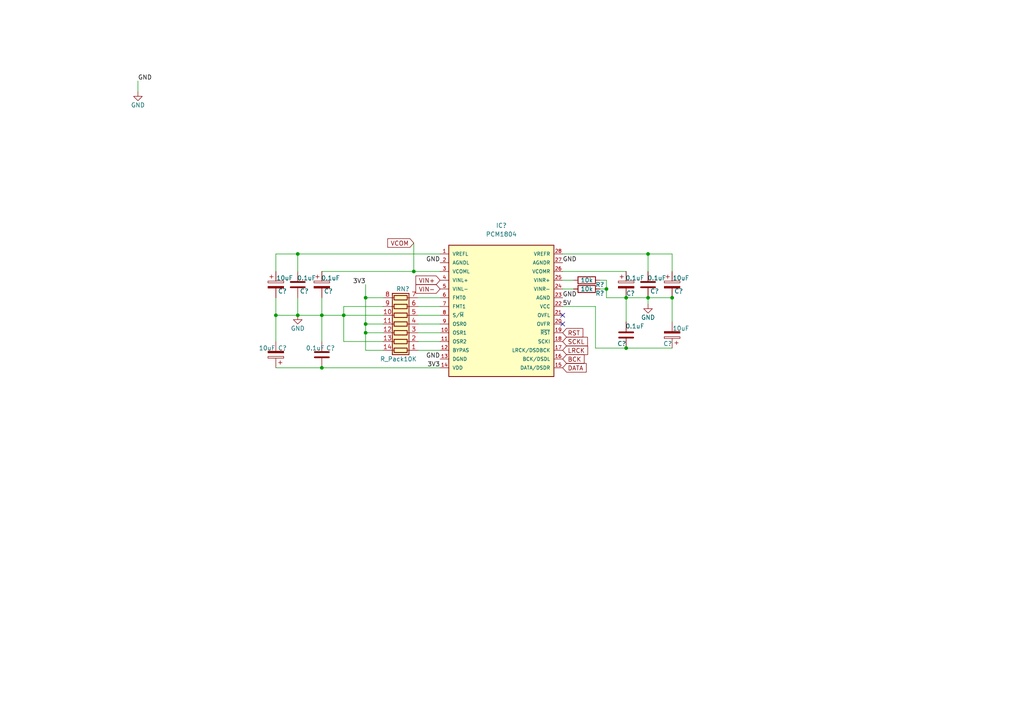
<source format=kicad_sch>
(kicad_sch (version 20211123) (generator eeschema)
  (paper "A4")
  (lib_symbols
    (symbol "Device:C" (pin_numbers hide) (pin_names (offset 0.254))
      (property "Reference" "C" (at 0.635 2.54 0))
      (property "Value" "C" (at 0.635 -2.54 0))
      (symbol "C_0_1"
        (polyline (pts (xy -2.032 -0.762) (xy 2.032 -0.762)) (stroke (width 0.508)))
        (polyline (pts (xy -2.032 0.762) (xy 2.032 0.762)) (stroke (width 0.508)))
      )
      (symbol "C_1_1"
        (pin passive line (at 0 3.81 270) (length 2.794) (name "~") (number "1"))
        (pin passive line (at 0 -3.81 90) (length 2.794) (name "~") (number "2"))
      )
    )
    (symbol "Device:C_Polarized" (pin_numbers hide) (pin_names (offset 0.254))
      (property "Reference" "C" (at 0.635 2.54 0))
      (property "Value" "C_Polarized" (at 0.635 -2.54 0))
      (symbol "C_Polarized_0_1"
        (rectangle (start -2.286 0.508) (end 2.286 1.016))
        (polyline (pts (xy -1.778 2.286) (xy -0.762 2.286)))
        (polyline (pts (xy -1.27 2.794) (xy -1.27 1.778)))
        (rectangle (start 2.286 -0.508) (end -2.286 -1.016) (fill (type outline)))
      )
      (symbol "C_Polarized_1_1"
        (pin passive line (at 0 3.81 270) (length 2.794) (name "~") (number "1"))
        (pin passive line (at 0 -3.81 90) (length 2.794) (name "~") (number "2"))
      )
    )
    (symbol "Device:R" (pin_numbers hide) (pin_names (offset 0))
      (property "Reference" "R" (at 2.032 0 90))
      (property "Value" "R" (at 0 0 90))
      (symbol "R_0_1"
        (rectangle (start -1.016 -2.54) (end 1.016 2.54) (stroke (width 0.254)))
      )
      (symbol "R_1_1"
        (pin passive line (at 0 3.81 270) (length 1.27) (name "~") (number "1"))
        (pin passive line (at 0 -3.81 90) (length 1.27) (name "~") (number "2"))
      )
    )
    (symbol "Device:R_Pack07" (pin_names (offset 0) hide)
      (property "Reference" "RN" (at -10.16 0 90))
      (property "Value" "R_Pack07" (at 10.16 0 90))
      (symbol "R_Pack07_0_1"
        (rectangle (start -8.89 -2.413) (end 8.89 2.413) (stroke (width 0.254)) (fill (type background)))
        (rectangle (start -8.255 1.905) (end -6.985 -1.905) (stroke (width 0.254)))
        (rectangle (start -5.715 1.905) (end -4.445 -1.905) (stroke (width 0.254)))
        (rectangle (start -3.175 1.905) (end -1.905 -1.905) (stroke (width 0.254)))
        (rectangle (start -0.635 1.905) (end 0.635 -1.905) (stroke (width 0.254)))
        (polyline (pts (xy -7.62 -2.54) (xy -7.62 -1.905)))
        (polyline (pts (xy -7.62 1.905) (xy -7.62 2.54)))
        (polyline (pts (xy -5.08 -2.54) (xy -5.08 -1.905)))
        (polyline (pts (xy -5.08 1.905) (xy -5.08 2.54)))
        (polyline (pts (xy -2.54 -2.54) (xy -2.54 -1.905)))
        (polyline (pts (xy -2.54 1.905) (xy -2.54 2.54)))
        (polyline (pts (xy 0 -2.54) (xy 0 -1.905)))
        (polyline (pts (xy 0 1.905) (xy 0 2.54)))
        (polyline (pts (xy 2.54 -2.54) (xy 2.54 -1.905)))
        (polyline (pts (xy 2.54 1.905) (xy 2.54 2.54)))
        (polyline (pts (xy 5.08 -2.54) (xy 5.08 -1.905)))
        (polyline (pts (xy 5.08 1.905) (xy 5.08 2.54)))
        (polyline (pts (xy 7.62 -2.54) (xy 7.62 -1.905)))
        (polyline (pts (xy 7.62 1.905) (xy 7.62 2.54)))
        (rectangle (start 1.905 1.905) (end 3.175 -1.905) (stroke (width 0.254)))
        (rectangle (start 4.445 1.905) (end 5.715 -1.905) (stroke (width 0.254)))
        (rectangle (start 6.985 1.905) (end 8.255 -1.905) (stroke (width 0.254)))
      )
      (symbol "R_Pack07_1_1"
        (pin passive line (at -7.62 -5.08 90) (length 2.54) (name "R1.1") (number "1"))
        (pin passive line (at 2.54 5.08 270) (length 2.54) (name "R5.2") (number "10"))
        (pin passive line (at 0 5.08 270) (length 2.54) (name "R4.2") (number "11"))
        (pin passive line (at -2.54 5.08 270) (length 2.54) (name "R3.2") (number "12"))
        (pin passive line (at -5.08 5.08 270) (length 2.54) (name "R2.2") (number "13"))
        (pin passive line (at -7.62 5.08 270) (length 2.54) (name "R1.2") (number "14"))
        (pin passive line (at -5.08 -5.08 90) (length 2.54) (name "R2.1") (number "2"))
        (pin passive line (at -2.54 -5.08 90) (length 2.54) (name "R3.1") (number "3"))
        (pin passive line (at 0 -5.08 90) (length 2.54) (name "R4.1") (number "4"))
        (pin passive line (at 2.54 -5.08 90) (length 2.54) (name "R5.1") (number "5"))
        (pin passive line (at 5.08 -5.08 90) (length 2.54) (name "R6.1") (number "6"))
        (pin passive line (at 7.62 -5.08 90) (length 2.54) (name "R7.1") (number "7"))
        (pin passive line (at 7.62 5.08 270) (length 2.54) (name "R7.2") (number "8"))
        (pin passive line (at 5.08 5.08 270) (length 2.54) (name "R6.2") (number "9"))
      )
    )
    (symbol "PCM1804:PCM1804" (pin_names (offset 1.016))
      (property "Reference" "IC" (at -15.24 19.05 0))
      (property "Value" "PCM1804" (at -15.24 -22.86 0))
      (symbol "PCM1804_0_0"
        (rectangle (start -15.24 -20.32) (end 15.24 17.78) (stroke (width 0.254)) (fill (type background)))
        (pin power_in line (at -17.78 15.24 0) (length 2.54) (name "VREFL") (number "1"))
        (pin input line (at -17.78 -7.62 0) (length 2.54) (name "OSR1") (number "10"))
        (pin input line (at -17.78 -10.16 0) (length 2.54) (name "OSR2") (number "11"))
        (pin input line (at -17.78 -12.7 0) (length 2.54) (name "BYPAS") (number "12"))
        (pin power_in line (at -17.78 -15.24 0) (length 2.54) (name "DGND") (number "13"))
        (pin power_in line (at -17.78 -17.78 0) (length 2.54) (name "VDD") (number "14"))
        (pin output line (at 17.78 -17.78 180) (length 2.54) (name "DATA/DSDR") (number "15"))
        (pin bidirectional line (at 17.78 -15.24 180) (length 2.54) (name "BCK/DSDL") (number "16"))
        (pin bidirectional line (at 17.78 -12.7 180) (length 2.54) (name "LRCK/DSDBCK") (number "17"))
        (pin input line (at 17.78 -10.16 180) (length 2.54) (name "SCKI") (number "18"))
        (pin input line (at 17.78 -7.62 180) (length 2.54) (name "~{RST}") (number "19"))
        (pin power_in line (at -17.78 12.7 0) (length 2.54) (name "AGNDL") (number "2"))
        (pin output line (at 17.78 -5.08 180) (length 2.54) (name "OVFR") (number "20"))
        (pin output line (at 17.78 -2.54 180) (length 2.54) (name "OVFL") (number "21"))
        (pin power_in line (at 17.78 0 180) (length 2.54) (name "VCC") (number "22"))
        (pin power_in line (at 17.78 2.54 180) (length 2.54) (name "AGND") (number "23"))
        (pin input line (at 17.78 5.08 180) (length 2.54) (name "VINR-") (number "24"))
        (pin input line (at 17.78 7.62 180) (length 2.54) (name "VINR+") (number "25"))
        (pin power_in line (at 17.78 10.16 180) (length 2.54) (name "VCOMR") (number "26"))
        (pin power_in line (at 17.78 12.7 180) (length 2.54) (name "AGNDR") (number "27"))
        (pin power_in line (at 17.78 15.24 180) (length 2.54) (name "VREFR") (number "28"))
        (pin power_in line (at -17.78 10.16 0) (length 2.54) (name "VCOML") (number "3"))
        (pin input line (at -17.78 7.62 0) (length 2.54) (name "VINL+") (number "4"))
        (pin input line (at -17.78 5.08 0) (length 2.54) (name "VINL-") (number "5"))
        (pin input line (at -17.78 2.54 0) (length 2.54) (name "FMT0") (number "6"))
        (pin input line (at -17.78 0 0) (length 2.54) (name "FMT1") (number "7"))
        (pin input line (at -17.78 -2.54 0) (length 2.54) (name "S/~{M}") (number "8"))
        (pin input line (at -17.78 -5.08 0) (length 2.54) (name "OSR0") (number "9"))
      )
    )
    (symbol "power:GND" (power) (pin_names (offset 0))
      (property "Value" "GND" (at 0 -3.81 0))
      (symbol "GND_0_1"
        (polyline (pts (xy 0 0) (xy 0 -1.27) (xy 1.27 -1.27) (xy 0 -2.54) (xy -1.27 -1.27) (xy 0 -1.27)))
      )
      (symbol "GND_1_1"
        (pin power_in line (at 0 0 270) (length 0) hide (name "GND") (number "1"))
      )
    )
  )
  (junction (at 120.015 78.74))
  (junction (at 93.345 106.68))
  (junction (at 175.895 83.82))
  (junction (at 181.61 100.965))
  (junction (at 86.36 91.44))
  (junction (at 106.045 86.36))
  (junction (at 106.045 96.52))
  (junction (at 99.695 91.44))
  (junction (at 86.36 73.66))
  (junction (at 194.945 86.36))
  (junction (at 187.96 73.66))
  (junction (at 93.345 91.44))
  (junction (at 106.045 93.98))
  (junction (at 181.61 86.36))
  (junction (at 80.01 91.44))
  (junction (at 187.96 86.36))
  (no_connect (at 163.195 93.98))
  (no_connect (at 163.195 91.44))
  (wire (pts (xy 172.72 88.9) (xy 172.72 100.965)))
  (wire (pts (xy 99.695 88.9) (xy 111.125 88.9)))
  (wire (pts (xy 163.195 73.66) (xy 187.96 73.66)))
  (wire (pts (xy 181.61 100.965) (xy 194.945 100.965)))
  (wire (pts (xy 173.99 81.28) (xy 175.895 81.28)))
  (wire (pts (xy 181.61 86.36) (xy 181.61 93.345)))
  (wire (pts (xy 80.01 91.44) (xy 86.36 91.44)))
  (wire (pts (xy 181.61 86.36) (xy 187.96 86.36)))
  (wire (pts (xy 80.01 91.44) (xy 80.01 99.06)))
  (wire (pts (xy 121.285 101.6) (xy 127.635 101.6)))
  (wire (pts (xy 99.695 88.9) (xy 99.695 91.44)))
  (wire (pts (xy 187.96 86.36) (xy 194.945 86.36)))
  (wire (pts (xy 163.195 81.28) (xy 166.37 81.28)))
  (wire (pts (xy 80.01 78.74) (xy 80.01 73.66)))
  (wire (pts (xy 80.01 86.36) (xy 80.01 91.44)))
  (wire (pts (xy 187.96 73.66) (xy 187.96 78.74)))
  (wire (pts (xy 121.285 99.06) (xy 127.635 99.06)))
  (wire (pts (xy 127.635 73.66) (xy 86.36 73.66)))
  (wire (pts (xy 163.195 88.9) (xy 172.72 88.9)))
  (wire (pts (xy 93.345 78.74) (xy 120.015 78.74)))
  (wire (pts (xy 121.285 91.44) (xy 127.635 91.44)))
  (wire (pts (xy 86.36 73.66) (xy 86.36 78.74)))
  (wire (pts (xy 80.01 106.68) (xy 93.345 106.68)))
  (wire (pts (xy 181.61 86.36) (xy 175.895 86.36)))
  (wire (pts (xy 93.345 91.44) (xy 86.36 91.44)))
  (wire (pts (xy 163.195 83.82) (xy 166.37 83.82)))
  (wire (pts (xy 163.195 78.74) (xy 181.61 78.74)))
  (wire (pts (xy 93.345 106.68) (xy 127.635 106.68)))
  (wire (pts (xy 175.895 86.36) (xy 175.895 83.82)))
  (wire (pts (xy 93.345 91.44) (xy 93.345 99.06)))
  (wire (pts (xy 194.945 78.74) (xy 194.945 73.66)))
  (wire (pts (xy 106.045 93.98) (xy 111.125 93.98)))
  (wire (pts (xy 99.695 91.44) (xy 93.345 91.44)))
  (wire (pts (xy 99.695 91.44) (xy 99.695 99.06)))
  (wire (pts (xy 175.895 83.82) (xy 173.99 83.82)))
  (wire (pts (xy 106.045 96.52) (xy 111.125 96.52)))
  (wire (pts (xy 93.345 86.36) (xy 93.345 91.44)))
  (wire (pts (xy 40.005 23.495) (xy 40.005 26.67)))
  (wire (pts (xy 99.695 99.06) (xy 111.125 99.06)))
  (wire (pts (xy 194.945 73.66) (xy 187.96 73.66)))
  (wire (pts (xy 172.72 100.965) (xy 181.61 100.965)))
  (wire (pts (xy 120.015 78.74) (xy 120.015 70.485)))
  (wire (pts (xy 121.285 96.52) (xy 127.635 96.52)))
  (wire (pts (xy 175.895 81.28) (xy 175.895 83.82)))
  (wire (pts (xy 106.045 96.52) (xy 106.045 101.6)))
  (wire (pts (xy 106.045 82.55) (xy 106.045 86.36)))
  (wire (pts (xy 80.01 73.66) (xy 86.36 73.66)))
  (wire (pts (xy 99.695 91.44) (xy 111.125 91.44)))
  (wire (pts (xy 121.285 93.98) (xy 127.635 93.98)))
  (wire (pts (xy 106.045 86.36) (xy 111.125 86.36)))
  (wire (pts (xy 106.045 93.98) (xy 106.045 96.52)))
  (wire (pts (xy 121.285 88.9) (xy 127.635 88.9)))
  (wire (pts (xy 106.045 86.36) (xy 106.045 93.98)))
  (wire (pts (xy 106.045 101.6) (xy 111.125 101.6)))
  (wire (pts (xy 86.36 86.36) (xy 86.36 91.44)))
  (wire (pts (xy 121.285 86.36) (xy 127.635 86.36)))
  (wire (pts (xy 194.945 86.36) (xy 194.945 93.345)))
  (wire (pts (xy 187.96 86.36) (xy 187.96 88.265)))
  (wire (pts (xy 120.015 78.74) (xy 127.635 78.74)))
  (label "GND" (at 127.635 76.2 180))
  (label "GND" (at 163.195 76.2 0))
  (label "3V3" (at 106.045 82.55 180))
  (label "3V3" (at 127.635 106.68 180))
  (label "GND" (at 163.195 86.36 0))
  (label "GND" (at 40.005 23.495 0))
  (label "GND" (at 127.635 104.14 180))
  (label "5V" (at 163.195 88.9 0))
  (global_label "VCOM" (shape input) (at 120.015 70.485 180) (property "Intersheet References" "${INTERSHEET_REFS}" (effects hide)))
  (global_label "DATA" (shape input) (at 163.195 106.68 0) (property "Intersheet References" "${INTERSHEET_REFS}" (effects hide)))
  (global_label "VIN+" (shape input) (at 127.635 81.28 180) (property "Intersheet References" "${INTERSHEET_REFS}" (effects hide)))
  (global_label "RST" (shape input) (at 163.195 96.52 0) (property "Intersheet References" "${INTERSHEET_REFS}" (effects hide)))
  (global_label "SCKL" (shape input) (at 163.195 99.06 0) (property "Intersheet References" "${INTERSHEET_REFS}" (effects hide)))
  (global_label "VIN-" (shape input) (at 127.635 83.82 180) (property "Intersheet References" "${INTERSHEET_REFS}" (effects hide)))
  (global_label "LRCK" (shape input) (at 163.195 101.6 0) (property "Intersheet References" "${INTERSHEET_REFS}" (effects hide)))
  (global_label "BCK" (shape input) (at 163.195 104.14 0) (property "Intersheet References" "${INTERSHEET_REFS}" (effects hide)))
  (symbol (lib_id "Device:C_Polarized") (at 194.945 82.55 0) (unit 1)
    (property "Reference" "C?" (at 196.85 84.455 0))
    (property "Value" "10uF" (at 197.485 80.645 0))
  )
  (symbol (lib_id "Device:R_Pack07") (at 116.205 93.98 90) (unit 1)
    (property "Reference" "RN?" (at 116.84 83.82 90))
    (property "Value" "R_Pack10K" (at 115.57 104.14 90))
  )
  (symbol (lib_id "Device:C") (at 86.36 82.55 180) (unit 1)
    (property "Reference" "C?" (at 88.265 84.455 0))
    (property "Value" "0.1uF" (at 88.9 80.645 0))
  )
  (symbol (lib_id "Device:R") (at 170.18 83.82 90) (unit 1)
    (property "Reference" "R?" (at 173.99 85.09 90))
    (property "Value" "10k" (at 170.18 83.82 90))
  )
  (symbol (lib_id "Device:C") (at 93.345 102.87 180) (unit 1)
    (property "Reference" "C?" (at 95.885 100.965 0))
    (property "Value" "0.1uF" (at 91.44 100.965 0))
  )
  (symbol (lib_id "power:GND") (at 86.36 91.44 0) (unit 1)
    (property "Reference" "#PWR?" (effects hide))
    (property "Value" "GND" (at 86.36 95.25 0))
  )
  (symbol (lib_id "power:GND") (at 40.005 26.67 0) (unit 1)
    (property "Reference" "#PWR?" (effects hide))
    (property "Value" "GND" (at 40.005 30.48 0))
  )
  (symbol (lib_id "Device:C_Polarized") (at 80.01 82.55 0) (unit 1)
    (property "Reference" "C?" (at 81.915 84.455 0))
    (property "Value" "10uF" (at 82.55 80.645 0))
  )
  (symbol (lib_id "Device:C") (at 187.96 82.55 180) (unit 1)
    (property "Reference" "C?" (at 189.865 84.455 0))
    (property "Value" "0.1uF" (at 190.5 80.645 0))
  )
  (symbol (lib_id "Device:C_Polarized") (at 181.61 82.55 0) (unit 1)
    (property "Reference" "C?" (at 182.88 85.09 0))
    (property "Value" "0.1uF" (at 184.15 80.645 0))
  )
  (symbol (lib_id "Device:C_Polarized") (at 194.945 97.155 180) (unit 1)
    (property "Reference" "C?" (at 193.675 99.695 0))
    (property "Value" "10uF" (at 197.485 95.25 0))
  )
  (symbol (lib_id "Device:C_Polarized") (at 93.345 82.55 0) (unit 1)
    (property "Reference" "C?" (at 95.25 84.455 0))
    (property "Value" "0.1uF" (at 95.885 80.645 0))
  )
  (symbol (lib_id "Device:C_Polarized") (at 80.01 102.87 180) (unit 1)
    (property "Reference" "C?" (at 81.915 100.965 0))
    (property "Value" "10uF" (at 77.47 100.965 0))
  )
  (symbol (lib_id "Device:R") (at 170.18 81.28 90) (unit 1)
    (property "Reference" "R?" (at 173.99 82.55 90))
    (property "Value" "10k" (at 170.18 81.28 90))
  )
  (symbol (lib_id "power:GND") (at 187.96 88.265 0) (unit 1)
    (property "Reference" "#PWR?" (effects hide))
    (property "Value" "GND" (at 187.96 92.075 0))
  )
  (symbol (lib_id "PCM1804:PCM1804") (at 145.415 88.9 0) (unit 1)
    (property "Reference" "IC?" (at 145.415 65.405 0))
    (property "Value" "PCM1804" (at 145.415 67.945 0))
    (property "Footprint" "DB_R-PDSO-G28" (effects hide))
    (property "OC_FARNELL" "1197425" (effects hide))
    (property "OC_NEWARK" "36K7583" (effects hide))
    (property "MF" "TEXAS INSTRUMENT CONNECTORS" (effects hide))
    (property "MPN" "PCM1804DB" (effects hide))
  )
  (symbol (lib_id "Device:C") (at 181.61 97.155 180) (unit 1)
    (property "Reference" "C?" (at 180.34 99.695 0))
    (property "Value" "0.1uF" (at 184.15 94.615 0))
  )
)
</source>
